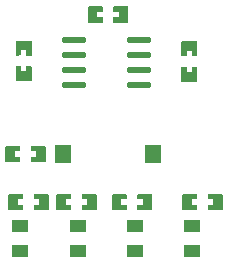
<source format=gtp>
G04 Layer: TopPasteMaskLayer*
G04 EasyEDA v6.5.34, 2023-08-30 20:05:19*
G04 d9d8768bc7e54bd19914c32b40fdea81,ed70181f279245e6aff80281ee7dc86a,10*
G04 Gerber Generator version 0.2*
G04 Scale: 100 percent, Rotated: No, Reflected: No *
G04 Dimensions in millimeters *
G04 leading zeros omitted , absolute positions ,4 integer and 5 decimal *
%FSLAX45Y45*%
%MOMM*%

%ADD10O,2.0450048X0.58801*%
%ADD11R,1.3970X1.0160*%
%ADD12R,1.4000X1.5000*%

%LPD*%
G36*
X4153001Y5060086D02*
G01*
X4147972Y5055108D01*
X4147972Y4927092D01*
X4153001Y4922113D01*
X4268012Y4922113D01*
X4272991Y4927092D01*
X4272483Y4969103D01*
X4228490Y4969103D01*
X4228490Y5014112D01*
X4273499Y5014112D01*
X4272991Y5055108D01*
X4268012Y5060086D01*
G37*
G36*
X4367987Y5060086D02*
G01*
X4363008Y5055108D01*
X4363516Y5014112D01*
X4407509Y5014112D01*
X4407509Y4969103D01*
X4363008Y4969103D01*
X4363008Y4927092D01*
X4367987Y4922113D01*
X4482998Y4922113D01*
X4487976Y4927092D01*
X4487976Y5055108D01*
X4482998Y5060086D01*
G37*
G36*
X4851501Y6241186D02*
G01*
X4846472Y6236208D01*
X4846472Y6108192D01*
X4851501Y6103213D01*
X4966512Y6103213D01*
X4971491Y6108192D01*
X4970983Y6150203D01*
X4926990Y6150203D01*
X4926990Y6195212D01*
X4971999Y6195212D01*
X4971491Y6236208D01*
X4966512Y6241186D01*
G37*
G36*
X5066487Y6241186D02*
G01*
X5061508Y6236208D01*
X5062016Y6195212D01*
X5106009Y6195212D01*
X5106009Y6150203D01*
X5061508Y6150203D01*
X5061508Y6108192D01*
X5066487Y6103213D01*
X5181498Y6103213D01*
X5186476Y6108192D01*
X5186476Y6236208D01*
X5181498Y6241186D01*
G37*
G36*
X5640324Y5945987D02*
G01*
X5635294Y5941009D01*
X5635294Y5825998D01*
X5640324Y5821019D01*
X5682284Y5821476D01*
X5682284Y5865520D01*
X5727293Y5865520D01*
X5727293Y5820511D01*
X5768289Y5821019D01*
X5773318Y5825998D01*
X5773318Y5941009D01*
X5768289Y5945987D01*
G37*
G36*
X5640324Y5731002D02*
G01*
X5635294Y5726023D01*
X5635294Y5611012D01*
X5640324Y5605983D01*
X5768289Y5605983D01*
X5773318Y5611012D01*
X5773318Y5726023D01*
X5768289Y5731002D01*
X5727293Y5730494D01*
X5727293Y5686501D01*
X5682284Y5686501D01*
X5682284Y5731002D01*
G37*
G36*
X4280306Y5736488D02*
G01*
X4239310Y5735980D01*
X4234281Y5731002D01*
X4234281Y5615990D01*
X4239310Y5611012D01*
X4367276Y5611012D01*
X4372305Y5615990D01*
X4372305Y5731002D01*
X4367276Y5735980D01*
X4325315Y5735523D01*
X4325315Y5691479D01*
X4280306Y5691479D01*
G37*
G36*
X4239310Y5951016D02*
G01*
X4234281Y5945987D01*
X4234281Y5830976D01*
X4239310Y5825998D01*
X4280306Y5826506D01*
X4280306Y5870498D01*
X4325315Y5870498D01*
X4325315Y5825998D01*
X4367276Y5825998D01*
X4372305Y5830976D01*
X4372305Y5945987D01*
X4367276Y5951016D01*
G37*
G36*
X5651601Y4653686D02*
G01*
X5646572Y4648708D01*
X5646572Y4520692D01*
X5651601Y4515713D01*
X5766612Y4515713D01*
X5771591Y4520692D01*
X5771083Y4562703D01*
X5727090Y4562703D01*
X5727090Y4607712D01*
X5772099Y4607712D01*
X5771591Y4648708D01*
X5766612Y4653686D01*
G37*
G36*
X5866587Y4653686D02*
G01*
X5861608Y4648708D01*
X5862116Y4607712D01*
X5906109Y4607712D01*
X5906109Y4562703D01*
X5861608Y4562703D01*
X5861608Y4520692D01*
X5866587Y4515713D01*
X5981598Y4515713D01*
X5986576Y4520692D01*
X5986576Y4648708D01*
X5981598Y4653686D01*
G37*
G36*
X5054701Y4653686D02*
G01*
X5049672Y4648708D01*
X5049672Y4520692D01*
X5054701Y4515713D01*
X5169712Y4515713D01*
X5174691Y4520692D01*
X5174183Y4562703D01*
X5130190Y4562703D01*
X5130190Y4607712D01*
X5175199Y4607712D01*
X5174691Y4648708D01*
X5169712Y4653686D01*
G37*
G36*
X5269687Y4653686D02*
G01*
X5264708Y4648708D01*
X5265216Y4607712D01*
X5309209Y4607712D01*
X5309209Y4562703D01*
X5264708Y4562703D01*
X5264708Y4520692D01*
X5269687Y4515713D01*
X5384698Y4515713D01*
X5389676Y4520692D01*
X5389676Y4648708D01*
X5384698Y4653686D01*
G37*
G36*
X4584801Y4653686D02*
G01*
X4579772Y4648708D01*
X4579772Y4520692D01*
X4584801Y4515713D01*
X4699812Y4515713D01*
X4704791Y4520692D01*
X4704283Y4562703D01*
X4660290Y4562703D01*
X4660290Y4607712D01*
X4705299Y4607712D01*
X4704791Y4648708D01*
X4699812Y4653686D01*
G37*
G36*
X4799787Y4653686D02*
G01*
X4794808Y4648708D01*
X4795316Y4607712D01*
X4839309Y4607712D01*
X4839309Y4562703D01*
X4794808Y4562703D01*
X4794808Y4520692D01*
X4799787Y4515713D01*
X4914798Y4515713D01*
X4919776Y4520692D01*
X4919776Y4648708D01*
X4914798Y4653686D01*
G37*
G36*
X4178401Y4653686D02*
G01*
X4173372Y4648708D01*
X4173372Y4520692D01*
X4178401Y4515713D01*
X4293412Y4515713D01*
X4298391Y4520692D01*
X4297883Y4562703D01*
X4253890Y4562703D01*
X4253890Y4607712D01*
X4298899Y4607712D01*
X4298391Y4648708D01*
X4293412Y4653686D01*
G37*
G36*
X4393387Y4653686D02*
G01*
X4388408Y4648708D01*
X4388916Y4607712D01*
X4432909Y4607712D01*
X4432909Y4562703D01*
X4388408Y4562703D01*
X4388408Y4520692D01*
X4393387Y4515713D01*
X4508398Y4515713D01*
X4513376Y4520692D01*
X4513376Y4648708D01*
X4508398Y4653686D01*
G37*
D10*
G01*
X4726559Y5956300D03*
G01*
X4726559Y5829300D03*
G01*
X4726559Y5702300D03*
G01*
X4726559Y5575300D03*
G01*
X5281040Y5956300D03*
G01*
X5281040Y5829300D03*
G01*
X5281040Y5702300D03*
G01*
X5281040Y5575300D03*
D11*
G01*
X4267225Y4386554D03*
G01*
X4267225Y4173194D03*
G01*
X4762525Y4386554D03*
G01*
X4762525Y4173194D03*
G01*
X5245125Y4386554D03*
G01*
X5245125Y4173194D03*
G01*
X5727725Y4386554D03*
G01*
X5727725Y4173194D03*
D12*
G01*
X4636515Y4991100D03*
G01*
X5396484Y4991100D03*
M02*

</source>
